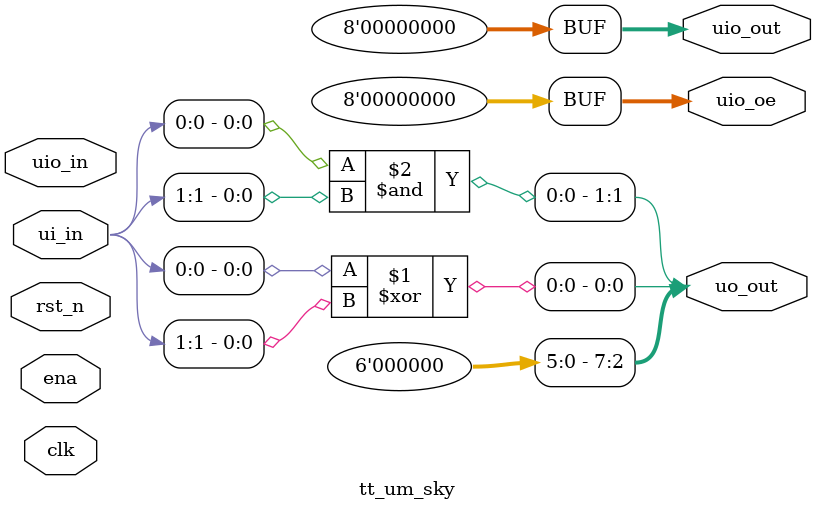
<source format=v>
/*
 * Copyright (c) 2024 Your Name
 * SPDX-License-Identifier: Apache-2.0
 */

`default_nettype none

module tt_um_sky (
    input  wire [7:0] ui_in,    // Dedicated inputs
    output wire [7:0] uo_out,   // Dedicated outputs
    input  wire [7:0] uio_in,   // IOs: Input path
    output wire [7:0] uio_out,  // IOs: Output path
    output wire [7:0] uio_oe,   // IOs: Enable path (active high: 0=input, 1=output)
    input  wire       ena,      // always 1 when the design is powered, so you can ignore it
    input  wire       clk,      // clock
    input  wire       rst_n     // reset_n - low to reset
);

  // All output pins must be assigned. If not used, assign to 0.
   //assign uo_out  = ui_in + uio_in;  // Example: ou_out is the sum of ui_in and uio_in
  assign uio_out = 0;
  assign uio_oe  = 0;
    assign uo_out[0]=ui_in[0] ^ ui_in[1];
    assign uo_out[1]=ui_in[0] & ui_in[1]; 
    assign uo_out[7:2]=6'b0;
endmodule

</source>
